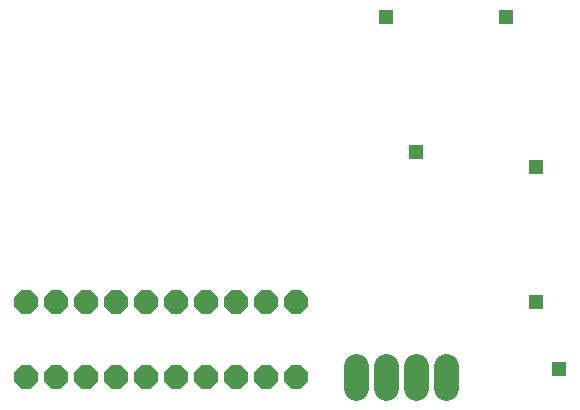
<source format=gbs>
G75*
%MOIN*%
%OFA0B0*%
%FSLAX24Y24*%
%IPPOS*%
%LPD*%
%AMOC8*
5,1,8,0,0,1.08239X$1,22.5*
%
%ADD10C,0.0820*%
%ADD11OC8,0.0780*%
%ADD12R,0.0476X0.0476*%
D10*
X013660Y003290D02*
X013660Y004030D01*
X014660Y004030D02*
X014660Y003290D01*
X015660Y003290D02*
X015660Y004030D01*
X016660Y004030D02*
X016660Y003290D01*
D11*
X002660Y003660D03*
X003660Y003660D03*
X004660Y003660D03*
X005660Y003660D03*
X006660Y003660D03*
X007660Y003660D03*
X008660Y003660D03*
X009660Y003660D03*
X010660Y003660D03*
X011660Y003660D03*
X011660Y006160D03*
X010660Y006160D03*
X009660Y006160D03*
X008660Y006160D03*
X007660Y006160D03*
X006660Y006160D03*
X005660Y006160D03*
X004660Y006160D03*
X003660Y006160D03*
X002660Y006160D03*
D12*
X014660Y003660D03*
X019660Y006160D03*
X020410Y003910D03*
X019660Y010660D03*
X015660Y011160D03*
X014660Y015660D03*
X018660Y015660D03*
M02*

</source>
